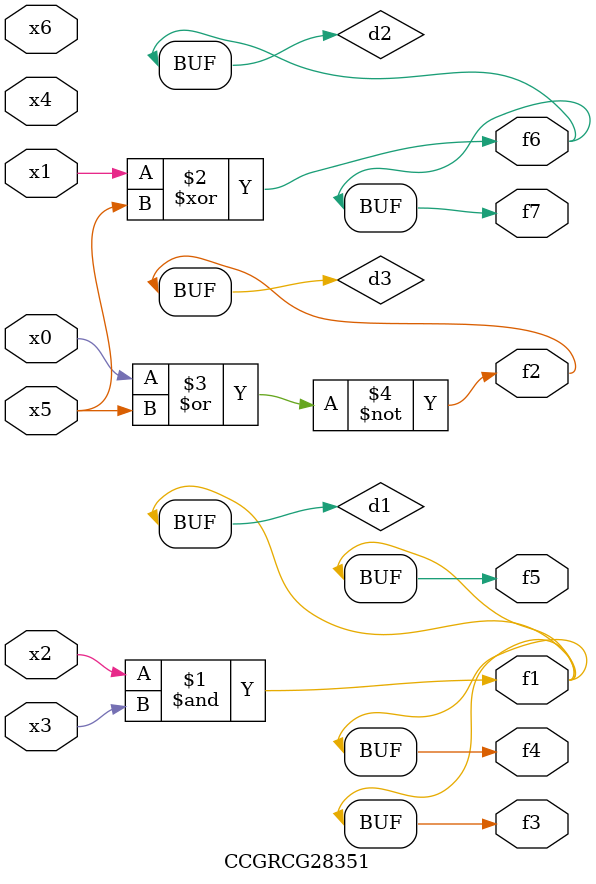
<source format=v>
module CCGRCG28351(
	input x0, x1, x2, x3, x4, x5, x6,
	output f1, f2, f3, f4, f5, f6, f7
);

	wire d1, d2, d3;

	and (d1, x2, x3);
	xor (d2, x1, x5);
	nor (d3, x0, x5);
	assign f1 = d1;
	assign f2 = d3;
	assign f3 = d1;
	assign f4 = d1;
	assign f5 = d1;
	assign f6 = d2;
	assign f7 = d2;
endmodule

</source>
